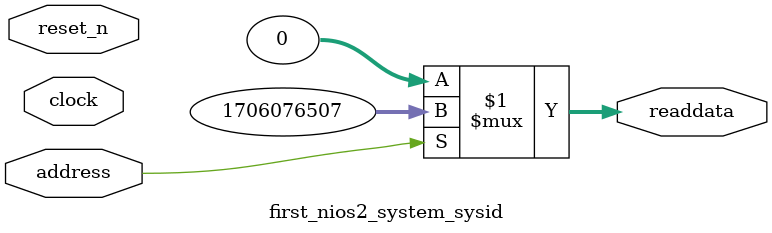
<source format=v>



// synthesis translate_off
`timescale 1ns / 1ps
// synthesis translate_on

// turn off superfluous verilog processor warnings 
// altera message_level Level1 
// altera message_off 10034 10035 10036 10037 10230 10240 10030 

module first_nios2_system_sysid (
               // inputs:
                address,
                clock,
                reset_n,

               // outputs:
                readdata
             )
;

  output  [ 31: 0] readdata;
  input            address;
  input            clock;
  input            reset_n;

  wire    [ 31: 0] readdata;
  //control_slave, which is an e_avalon_slave
  assign readdata = address ? 1706076507 : 0;

endmodule



</source>
